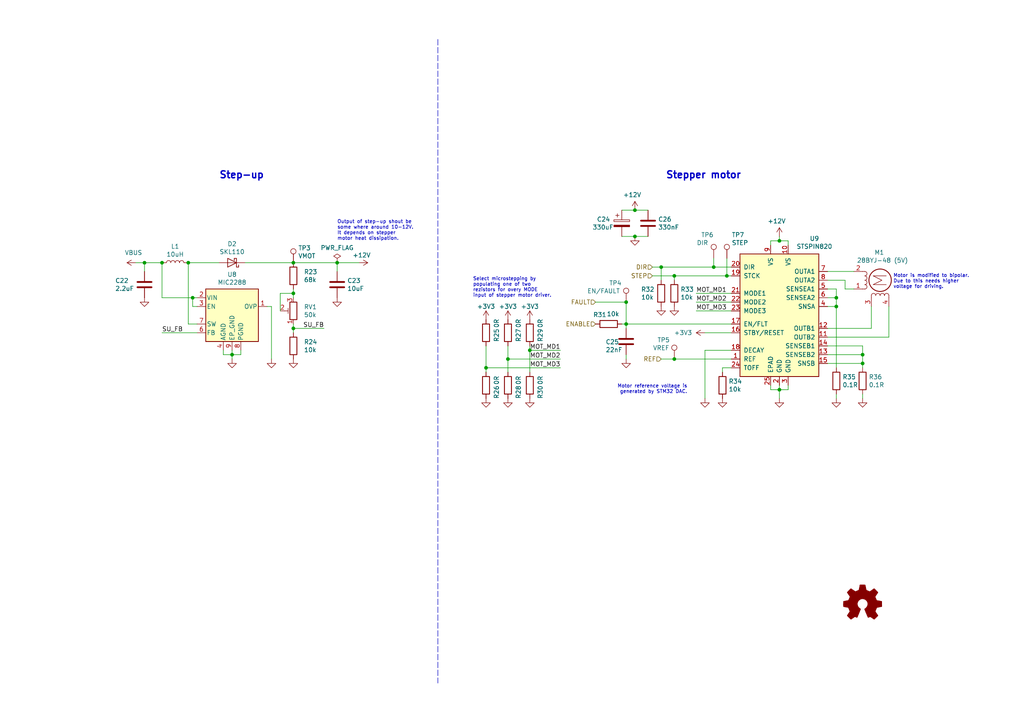
<source format=kicad_sch>
(kicad_sch (version 20201015) (generator eeschema)
  (paper "A4")
  (title_block (title "Hepheatus - Solder paste dispensor") (date "2021-01-29") (rev "v1.0") (company "Author: Petr Malaník"))
  (lib_symbols
    (symbol "Connector:TestPoint" (pin_numbers hide) (pin_names (offset 0.762) hide)
      (property "Reference" "TP" (at 0 6.858 0))
      (property "Value" "TestPoint" (at 0 5.08 0))
      (symbol "TestPoint_0_1"
        (circle (center 0 3.302) (radius 0.762))
      )
      (symbol "TestPoint_1_1"
        (pin passive line (at 0 0 90) (length 2.54) (name "1") (number "1"))
      )
    )
    (symbol "Device:C" (pin_numbers hide) (pin_names (offset 0.254))
      (property "Reference" "C" (at 0.635 2.54 0))
      (property "Value" "C" (at 0.635 -2.54 0))
      (symbol "C_0_1"
        (polyline (pts (xy -2.032 -0.762) (xy 2.032 -0.762)) (stroke (width 0.508)))
        (polyline (pts (xy -2.032 0.762) (xy 2.032 0.762)) (stroke (width 0.508)))
      )
      (symbol "C_1_1"
        (pin passive line (at 0 3.81 270) (length 2.794) (name "~") (number "1"))
        (pin passive line (at 0 -3.81 90) (length 2.794) (name "~") (number "2"))
      )
    )
    (symbol "Device:CP" (pin_numbers hide) (pin_names (offset 0.254))
      (property "Reference" "C" (at 0.635 2.54 0))
      (property "Value" "CP" (at 0.635 -2.54 0))
      (symbol "CP_0_1"
        (rectangle (start -2.286 0.508) (end 2.286 1.016))
        (rectangle (start 2.286 -0.508) (end -2.286 -1.016) (fill (type outline)))
        (polyline (pts (xy -1.778 2.286) (xy -0.762 2.286)))
        (polyline (pts (xy -1.27 2.794) (xy -1.27 1.778)))
      )
      (symbol "CP_1_1"
        (pin passive line (at 0 3.81 270) (length 2.794) (name "~") (number "1"))
        (pin passive line (at 0 -3.81 90) (length 2.794) (name "~") (number "2"))
      )
    )
    (symbol "Device:D_Schottky" (pin_numbers hide) (pin_names (offset 1.016) hide)
      (property "Reference" "D" (at 0 2.54 0))
      (property "Value" "D_Schottky" (at 0 -2.54 0))
      (symbol "D_Schottky_0_1"
        (polyline (pts (xy 1.27 0) (xy -1.27 0)))
        (polyline (pts (xy 1.27 1.27) (xy 1.27 -1.27) (xy -1.27 0) (xy 1.27 1.27)) (stroke (width 0.2032)))
        (polyline (pts (xy -1.905 0.635) (xy -1.905 1.27) (xy -1.27 1.27) (xy -1.27 -1.27) (xy -0.635 -1.27) (xy -0.635 -0.635)) (stroke (width 0.2032)))
      )
      (symbol "D_Schottky_1_1"
        (pin passive line (at -3.81 0 0) (length 2.54) (name "K") (number "1"))
        (pin passive line (at 3.81 0 180) (length 2.54) (name "A") (number "2"))
      )
    )
    (symbol "Device:L" (pin_numbers hide) (pin_names (offset 1.016) hide)
      (property "Reference" "L" (at -1.27 0 90))
      (property "Value" "L" (at 1.905 0 90))
      (symbol "L_0_1"
        (arc (start 0 -2.54) (end 0 -1.27) (radius (at 0 -1.905) (length 0.635) (angles -89.9 89.9)))
        (arc (start 0 -1.27) (end 0 0) (radius (at 0 -0.635) (length 0.635) (angles -89.9 89.9)))
        (arc (start 0 0) (end 0 1.27) (radius (at 0 0.635) (length 0.635) (angles -89.9 89.9)))
        (arc (start 0 1.27) (end 0 2.54) (radius (at 0 1.905) (length 0.635) (angles -89.9 89.9)))
      )
      (symbol "L_1_1"
        (pin passive line (at 0 3.81 270) (length 1.27) (name "1") (number "1"))
        (pin passive line (at 0 -3.81 90) (length 1.27) (name "2") (number "2"))
      )
    )
    (symbol "Device:R" (pin_numbers hide) (pin_names (offset 0))
      (property "Reference" "R" (at 2.032 0 90))
      (property "Value" "R" (at 0 0 90))
      (symbol "R_0_1"
        (rectangle (start -1.016 -2.54) (end 1.016 2.54) (stroke (width 0.254)))
      )
      (symbol "R_1_1"
        (pin passive line (at 0 3.81 270) (length 1.27) (name "~") (number "1"))
        (pin passive line (at 0 -3.81 90) (length 1.27) (name "~") (number "2"))
      )
    )
    (symbol "Device:R_POT_TRIM" (pin_names (offset 1.016) hide)
      (property "Reference" "RV" (at -4.445 0 90))
      (property "Value" "R_POT_TRIM" (at -2.54 0 90))
      (symbol "R_POT_TRIM_0_1"
        (rectangle (start 1.016 2.54) (end -1.016 -2.54) (stroke (width 0.254)))
        (polyline (pts (xy 1.524 0.762) (xy 1.524 -0.762)))
        (polyline (pts (xy 2.54 0) (xy 1.524 0)))
      )
      (symbol "R_POT_TRIM_1_1"
        (pin passive line (at 0 3.81 270) (length 1.27) (name "1") (number "1"))
        (pin passive line (at 3.81 0 180) (length 1.27) (name "2") (number "2"))
        (pin passive line (at 0 -3.81 90) (length 1.27) (name "3") (number "3"))
      )
    )
    (symbol "Graphic:Logo_Open_Hardware_Small" (pin_names (offset 1.016))
      (symbol "Logo_Open_Hardware_Small_0_1"
        (polyline (pts (xy 3.3528 -4.3434) (xy 3.302 -4.318) (xy 3.175 -4.2418) (xy 2.9972 -4.1148) (xy 2.7686 -3.9624) (xy 2.54 -3.81) (xy 2.3622 -3.7084) (xy 2.2352 -3.6068) (xy 2.1844 -3.5814) (xy 2.159 -3.6068) (xy 2.0574 -3.6576) (xy 1.905 -3.7338) (xy 1.8034 -3.7846) (xy 1.6764 -3.8354) (xy 1.6002 -3.8354) (xy 1.6002 -3.8354) (xy 1.5494 -3.7338) (xy 1.4732 -3.5306) (xy 1.3462 -3.302) (xy 1.2446 -3.0226) (xy 1.1176 -2.7178) (xy 0.9652 -2.413) (xy 0.8636 -2.1082) (xy 0.7366 -1.8288) (xy 0.6604 -1.6256) (xy 0.6096 -1.4732) (xy 0.5842 -1.397) (xy 0.5842 -1.397) (xy 0.6604 -1.3208) (xy 0.7874 -1.2446) (xy 1.0414 -1.016) (xy 1.2954 -0.6858) (xy 1.4478 -0.3302) (xy 1.524 0.0762) (xy 1.4732 0.4572) (xy 1.3208 0.8128) (xy 1.0668 1.143) (xy 0.762 1.3716) (xy 0.4064 1.524) (xy 0 1.5748) (xy -0.381 1.5494) (xy -0.7366 1.397) (xy -1.0668 1.143) (xy -1.2192 0.9906) (xy -1.397 0.6604) (xy -1.524 0.3048) (xy -1.524 0.2286) (xy -1.4986 -0.1778) (xy -1.397 -0.5334) (xy -1.1938 -0.8636) (xy -0.9144 -1.143) (xy -0.8636 -1.1684) (xy -0.7366 -1.27) (xy -0.635 -1.3462) (xy -0.5842 -1.397) (xy -1.0668 -2.5908) (xy -1.143 -2.794) (xy -1.2954 -3.1242) (xy -1.397 -3.4036) (xy -1.4986 -3.6322) (xy -1.5748 -3.7846) (xy -1.6002 -3.8354) (xy -1.6002 -3.8354) (xy -1.651 -3.8354) (xy -1.7272 -3.81) (xy -1.905 -3.7338) (xy -2.0066 -3.683) (xy -2.1336 -3.6068) (xy -2.2098 -3.5814) (xy -2.2606 -3.6068) (xy -2.3622 -3.683) (xy -2.54 -3.81) (xy -2.7686 -3.9624) (xy -2.9718 -4.0894) (xy -3.1496 -4.2164) (xy -3.302 -4.318) (xy -3.3528 -4.3434) (xy -3.3782 -4.3434) (xy -3.429 -4.318) (xy -3.5306 -4.2164) (xy -3.7084 -4.064) (xy -3.937 -3.8354) (xy -3.9624 -3.81) (xy -4.1656 -3.6068) (xy -4.318 -3.4544) (xy -4.4196 -3.3274) (xy -4.445 -3.2766) (xy -4.445 -3.2766) (xy -4.4196 -3.2258) (xy -4.318 -3.0734) (xy -4.2164 -2.8956) (xy -4.064 -2.667) (xy -3.6576 -2.0828) (xy -3.8862 -1.5494) (xy -3.937 -1.3716) (xy -4.0386 -1.1684) (xy -4.0894 -1.0414) (xy -4.1148 -0.9652) (xy -4.191 -0.9398) (xy -4.318 -0.9144) (xy -4.5466 -0.8636) (xy -4.8006 -0.8128) (xy -5.0546 -0.7874) (xy -5.2578 -0.7366) (xy -5.4356 -0.7112) (xy -5.5118 -0.6858) (xy -5.5118 -0.6858) (xy -5.5372 -0.635) (xy -5.5372 -0.5588) (xy -5.5372 -0.4318) (xy -5.5626 -0.2286) (xy -5.5626 0.0762) (xy -5.5626 0.127) (xy -5.5372 0.4064) (xy -5.5372 0.635) (xy -5.5372 0.762) (xy -5.5372 0.8382) (xy -5.5372 0.8382) (xy -5.461 0.8382) (xy -5.3086 0.889) (xy -5.08 0.9144) (xy -4.826 0.9652) (xy -4.8006 0.9906) (xy -4.5466 1.0414) (xy -4.318 1.0668) (xy -4.1656 1.1176) (xy -4.0894 1.143) (xy -4.0894 1.143) (xy -4.0386 1.2446) (xy -3.9624 1.4224) (xy -3.8608 1.6256) (xy -3.7846 1.8288) (xy -3.7084 2.0066) (xy -3.6576 2.159) (xy -3.6322 2.2098) (xy -3.6322 2.2098) (xy -3.683 2.286) (xy -3.7592 2.413) (xy -3.8862 2.5908) (xy -4.064 2.8194) (xy -4.064 2.8448) (xy -4.2164 3.0734) (xy -4.3434 3.2512) (xy -4.4196 3.3782) (xy -4.445 3.4544) (xy -4.445 3.4544) (xy -4.3942 3.5052) (xy -4.2926 3.6322) (xy -4.1148 3.81) (xy -3.937 4.0132) (xy -3.8608 4.064) (xy -3.6576 4.2926) (xy -3.5052 4.4196) (xy -3.4036 4.4958) (xy -3.3528 4.5212) (xy -3.3528 4.5212) (xy -3.302 4.4704) (xy -3.1496 4.3688) (xy -2.9718 4.2418) (xy -2.7432 4.0894) (xy -2.7178 4.0894) (xy -2.4892 3.937) (xy -2.3114 3.81) (xy -2.1844 3.7084) (xy -2.1336 3.683) (xy -2.1082 3.683) (xy -2.032 3.7084) (xy -1.8542 3.7592) (xy -1.6764 3.8354) (xy -1.4732 3.937) (xy -1.27 4.0132) (xy -1.143 4.064) (xy -1.0668 4.1148) (xy -1.0668 4.1148) (xy -1.0414 4.191) (xy -1.016 4.3434) (xy -0.9652 4.572) (xy -0.9144 4.8514) (xy -0.889 4.9022) (xy -0.8382 5.1562) (xy -0.8128 5.3848) (xy -0.7874 5.5372) (xy -0.762 5.588) (xy -0.7112 5.6134) (xy -0.5842 5.6134) (xy -0.4064 5.6134) (xy -0.1524 5.6134) (xy 0.0762 5.6134) (xy 0.3302 5.6134) (xy 0.5334 5.6134) (xy 0.6858 5.588) (xy 0.7366 5.588) (xy 0.7366 5.588) (xy 0.762 5.5118) (xy 0.8128 5.334) (xy 0.8382 5.1054) (xy 0.9144 4.826) (xy 0.9144 4.7752) (xy 0.9652 4.5212) (xy 1.016 4.2926) (xy 1.0414 4.1402) (xy 1.0668 4.0894) (xy 1.0668 4.0894) (xy 1.1938 4.0386) (xy 1.3716 3.9624) (xy 1.5748 3.8608) (xy 2.0828 3.6576) (xy 2.7178 4.0894) (xy 2.7686 4.1402) (xy 2.9972 4.2926) (xy 3.175 4.4196) (xy 3.302 4.4958) (xy 3.3782 4.5212) (xy 3.3782 4.5212) (xy 3.429 4.4704) (xy 3.556 4.3434) (xy 3.7338 4.191) (xy 3.9116 3.9878) (xy 4.064 3.8354) (xy 4.2418 3.6576) (xy 4.3434 3.556) (xy 4.4196 3.4798) (xy 4.4196 3.429) (xy 4.4196 3.4036) (xy 4.3942 3.3274) (xy 4.2926 3.2004) (xy 4.1656 2.9972) (xy 4.0132 2.794) (xy 3.8862 2.5908) (xy 3.7592 2.3876) (xy 3.6576 2.2352) (xy 3.6322 2.159) (xy 3.6322 2.1336) (xy 3.683 2.0066) (xy 3.7592 1.8288) (xy 3.8608 1.6002) (xy 4.064 1.1176) (xy 4.3942 1.0414) (xy 4.5974 1.016) (xy 4.8768 0.9652) (xy 5.1308 0.9144) (xy 5.5372 0.8382) (xy 5.5626 -0.6604) (xy 5.4864 -0.6858) (xy 5.4356 -0.6858) (xy 5.2832 -0.7366) (xy 5.0546 -0.762) (xy 4.8006 -0.8128) (xy 4.5974 -0.8636) (xy 4.3688 -0.9144) (xy 4.2164 -0.9398) (xy 4.1402 -0.9398) (xy 4.1148 -0.9652) (xy 4.064 -1.0668) (xy 3.9878 -1.2446) (xy 3.9116 -1.4478) (xy 3.81 -1.651) (xy 3.7338 -1.8542) (xy 3.683 -2.0066) (xy 3.6576 -2.0828) (xy 3.683 -2.1336) (xy 3.7846 -2.2606) (xy 3.8862 -2.4638) (xy 4.0386 -2.667) (xy 4.191 -2.8956) (xy 4.318 -3.0734) (xy 4.3942 -3.2004) (xy 4.445 -3.2766) (xy 4.4196 -3.3274) (xy 4.3434 -3.429) (xy 4.1656 -3.5814) (xy 3.937 -3.8354) (xy 3.8862 -3.8608) (xy 3.683 -4.064) (xy 3.5306 -4.2164) (xy 3.4036 -4.318) (xy 3.3528 -4.3434)) (fill (type outline)))
      )
    )
    (symbol "Motor:Stepper_Motor_bipolar" (pin_names (offset 0) hide)
      (property "Reference" "M" (at 3.81 2.54 0))
      (property "Value" "Stepper_Motor_bipolar" (at 3.81 1.27 0))
      (symbol "Stepper_Motor_bipolar_0_0"
        (polyline (pts (xy -1.27 -1.778) (xy -1.27 2.032) (xy 0 -0.508) (xy 1.27 2.032) (xy 1.27 -1.778)))
      )
      (symbol "Stepper_Motor_bipolar_0_1"
        (arc (start -4.445 -2.54) (end -4.445 -1.27) (radius (at -4.445 -1.905) (length 0.635) (angles -89.9 89.9)))
        (arc (start -4.445 -1.27) (end -4.445 0) (radius (at -4.445 -0.635) (length 0.635) (angles -89.9 89.9)))
        (arc (start -4.445 0) (end -4.445 1.27) (radius (at -4.445 0.635) (length 0.635) (angles -89.9 89.9)))
        (arc (start -4.445 1.27) (end -4.445 2.54) (radius (at -4.445 1.905) (length 0.635) (angles -89.9 89.9)))
        (arc (start -2.54 4.445) (end -1.27 4.445) (radius (at -1.905 4.445) (length 0.635) (angles -179.9 -0.1)))
        (arc (start -1.27 4.445) (end 0 4.445) (radius (at -0.635 4.445) (length 0.635) (angles -179.9 -0.1)))
        (arc (start 0 4.445) (end 1.27 4.445) (radius (at 0.635 4.445) (length 0.635) (angles -179.9 -0.1)))
        (arc (start 1.27 4.445) (end 2.54 4.445) (radius (at 1.905 4.445) (length 0.635) (angles -179.9 -0.1)))
        (circle (center 0 0) (radius 3.2512) (stroke (width 0.254)))
        (polyline (pts (xy -5.08 -2.54) (xy -4.445 -2.54)))
        (polyline (pts (xy -5.08 2.54) (xy -4.445 2.54)))
        (polyline (pts (xy -2.54 5.08) (xy -2.54 4.445)))
        (polyline (pts (xy 2.54 5.08) (xy 2.54 4.445)))
      )
      (symbol "Stepper_Motor_bipolar_1_1"
        (pin passive line (at -2.54 7.62 270) (length 2.54) (name "~") (number "1"))
        (pin passive line (at 2.54 7.62 270) (length 2.54) (name "-") (number "2"))
        (pin passive line (at -7.62 2.54 0) (length 2.54) (name "~") (number "3"))
        (pin passive line (at -7.62 -2.54 0) (length 2.54) (name "~") (number "4"))
      )
    )
    (symbol "TCY_stepper_motor_drivers:STSPIN820" (pin_names (offset 1.016))
      (property "Reference" "U" (at 7.62 21.59 0))
      (property "Value" "STSPIN820" (at 3.81 19.05 0))
      (symbol "STSPIN820_0_1"
        (rectangle (start -11.43 17.78) (end 11.43 -17.78) (stroke (width 0.254)) (fill (type background)))
      )
      (symbol "STSPIN820_1_1"
        (pin input line (at -13.97 13.97 0) (length 2.54) (name "DIR") (number "20"))
        (pin power_out line (at 13.97 -3.81 180) (length 2.54) (name "OUTB1") (number "12"))
        (pin input line (at -13.97 -12.7 0) (length 2.54) (name "REF") (number "1"))
        (pin input line (at -13.97 -15.24 0) (length 2.54) (name "TOFF") (number "24"))
        (pin bidirectional line (at -13.97 -2.54 0) (length 2.54) (name "EN/FLT") (number "17"))
        (pin input line (at -13.97 -5.08 0) (length 2.54) (name "STBY/RESET") (number "16"))
        (pin input line (at -13.97 3.81 0) (length 2.54) (name "MODE2") (number "22"))
        (pin input line (at -13.97 6.35 0) (length 2.54) (name "MODE1") (number "21"))
        (pin power_in line (at -2.54 -20.32 90) (length 2.54) (name "EPAD") (number "25"))
        (pin input line (at -13.97 11.43 0) (length 2.54) (name "STCK") (number "19"))
        (pin power_out line (at 13.97 12.7 180) (length 2.54) (name "OUTA1") (number "7"))
        (pin power_out line (at 13.97 7.62 180) (length 2.54) (name "SENSEA1") (number "5"))
        (pin power_out line (at 13.97 10.16 180) (length 2.54) (name "OUTA2") (number "8"))
        (pin power_in line (at -2.54 20.32 270) (length 2.54) (name "VS") (number "9"))
        (pin power_in line (at 0 -20.32 90) (length 2.54) (name "GND") (number "2"))
        (pin power_out line (at 13.97 -6.35 180) (length 2.54) (name "OUTB2") (number "11"))
        (pin power_out line (at 13.97 -11.43 180) (length 2.54) (name "SENSEB2") (number "13"))
        (pin power_in line (at 2.54 -20.32 90) (length 2.54) (name "GND") (number "3"))
        (pin input line (at 13.97 2.54 180) (length 2.54) (name "SNSA") (number "4"))
        (pin power_out line (at 13.97 5.08 180) (length 2.54) (name "SENSEA2") (number "6"))
        (pin power_in line (at 2.54 20.32 270) (length 2.54) (name "VS") (number "10"))
        (pin input line (at 13.97 -13.97 180) (length 2.54) (name "SNSB") (number "15"))
        (pin power_out line (at 13.97 -8.89 180) (length 2.54) (name "SENSEB1") (number "14"))
        (pin input line (at -13.97 -10.16 0) (length 2.54) (name "DECAY") (number "18"))
        (pin input line (at -13.97 1.27 0) (length 2.54) (name "MODE3") (number "23"))
      )
    )
    (symbol "TCY_voltage_regulators:MIC2288" (pin_names (offset 0.254))
      (property "Reference" "U" (at -7.62 8.89 0))
      (property "Value" "MIC2288" (at 0 8.89 0))
      (symbol "MIC2288_0_1"
        (rectangle (start -7.62 7.62) (end 7.62 -7.62) (stroke (width 0.254)) (fill (type background)))
      )
      (symbol "MIC2288_1_1"
        (pin power_out line (at 10.16 2.54 180) (length 2.54) (name "OVP") (number "1"))
        (pin power_in line (at -10.16 5.08 0) (length 2.54) (name "VIN") (number "2"))
        (pin input line (at -10.16 2.54 0) (length 2.54) (name "EN") (number "3"))
        (pin power_in line (at -2.54 -10.16 90) (length 2.54) (name "AGND") (number "4"))
        (pin unconnected line (at 5.08 5.08 180) (length 2.54) hide (name "NC") (number "5"))
        (pin input line (at -10.16 -5.08 0) (length 2.54) (name "FB") (number "6"))
        (pin input line (at -10.16 -2.54 0) (length 2.54) (name "SW") (number "7"))
        (pin power_in line (at 2.54 -10.16 90) (length 2.54) (name "PGND") (number "8"))
        (pin power_in line (at 0 -10.16 90) (length 2.54) (name "EP_GND") (number "9"))
      )
    )
    (symbol "power:+12V" (power) (pin_names (offset 0))
      (property "Value" "+12V" (at 0 3.556 0))
      (symbol "+12V_0_1"
        (polyline (pts (xy -0.762 1.27) (xy 0 2.54)))
        (polyline (pts (xy 0 0) (xy 0 2.54)))
        (polyline (pts (xy 0 2.54) (xy 0.762 1.27)))
      )
      (symbol "+12V_1_1"
        (pin power_in line (at 0 0 90) (length 0) hide (name "+12V") (number "1"))
      )
    )
    (symbol "power:+3.3V" (power) (pin_names (offset 0))
      (property "Value" "+3.3V" (at 0 3.556 0))
      (symbol "+3.3V_0_1"
        (polyline (pts (xy -0.762 1.27) (xy 0 2.54)))
        (polyline (pts (xy 0 0) (xy 0 2.54)))
        (polyline (pts (xy 0 2.54) (xy 0.762 1.27)))
      )
      (symbol "+3.3V_1_1"
        (pin power_in line (at 0 0 90) (length 0) hide (name "+3V3") (number "1"))
      )
    )
    (symbol "power:GND" (power) (pin_names (offset 0))
      (property "Value" "GND" (at 0 -3.81 0))
      (symbol "GND_0_1"
        (polyline (pts (xy 0 0) (xy 0 -1.27) (xy 1.27 -1.27) (xy 0 -2.54) (xy -1.27 -1.27) (xy 0 -1.27)))
      )
      (symbol "GND_1_1"
        (pin power_in line (at 0 0 270) (length 0) hide (name "GND") (number "1"))
      )
    )
    (symbol "power:PWR_FLAG" (power) (pin_numbers hide) (pin_names (offset 0) hide)
      (property "Value" "PWR_FLAG" (at 0 3.81 0))
      (symbol "PWR_FLAG_0_0"
        (pin power_out line (at 0 0 90) (length 0) (name "pwr") (number "1"))
      )
      (symbol "PWR_FLAG_0_1"
        (polyline (pts (xy 0 0) (xy 0 1.27) (xy -1.016 1.905) (xy 0 2.54) (xy 1.016 1.905) (xy 0 1.27)))
      )
    )
    (symbol "power:VBUS" (power) (pin_names (offset 0))
      (property "Value" "VBUS" (at 0 3.81 0))
      (symbol "VBUS_0_1"
        (polyline (pts (xy -0.762 1.27) (xy 0 2.54)))
        (polyline (pts (xy 0 0) (xy 0 2.54)))
        (polyline (pts (xy 0 2.54) (xy 0.762 1.27)))
      )
      (symbol "VBUS_1_1"
        (pin power_in line (at 0 0 90) (length 0) hide (name "VBUS") (number "1"))
      )
    )
  )
  (junction (at 41.91 76.2) (diameter 0.9144))
  (junction (at 46.99 76.2) (diameter 0.9144))
  (junction (at 54.61 76.2) (diameter 0.9144))
  (junction (at 55.88 86.36) (diameter 0.9144))
  (junction (at 67.31 102.87) (diameter 0.9144))
  (junction (at 85.09 76.2) (diameter 0.9144))
  (junction (at 85.09 85.09) (diameter 0.9144))
  (junction (at 85.09 95.25) (diameter 0.9144))
  (junction (at 97.79 76.2) (diameter 0.9144))
  (junction (at 140.97 106.68) (diameter 0.9144))
  (junction (at 147.32 104.14) (diameter 0.9144))
  (junction (at 153.67 101.6) (diameter 0.9144))
  (junction (at 181.61 87.63) (diameter 0.9144))
  (junction (at 181.61 93.98) (diameter 0.9144))
  (junction (at 184.15 60.96) (diameter 0.9144))
  (junction (at 184.15 68.58) (diameter 0.9144))
  (junction (at 191.77 77.47) (diameter 0.9144))
  (junction (at 195.58 80.01) (diameter 0.9144))
  (junction (at 195.58 104.14) (diameter 0.9144))
  (junction (at 207.01 77.47) (diameter 0.9144))
  (junction (at 210.82 80.01) (diameter 0.9144))
  (junction (at 226.06 69.85) (diameter 0.9144))
  (junction (at 226.06 113.03) (diameter 0.9144))
  (junction (at 242.57 86.36) (diameter 0.9144))
  (junction (at 242.57 88.9) (diameter 0.9144))
  (junction (at 250.19 102.87) (diameter 0.9144))
  (junction (at 250.19 105.41) (diameter 0.9144))
  (wire (pts (xy 39.37 76.2) (xy 41.91 76.2)))
  (wire (pts (xy 41.91 76.2) (xy 41.91 78.74)))
  (wire (pts (xy 41.91 76.2) (xy 46.99 76.2)))
  (wire (pts (xy 46.99 86.36) (xy 46.99 76.2)))
  (wire (pts (xy 46.99 96.52) (xy 57.15 96.52)))
  (wire (pts (xy 54.61 76.2) (xy 63.5 76.2)))
  (wire (pts (xy 54.61 93.98) (xy 54.61 76.2)))
  (wire (pts (xy 55.88 86.36) (xy 46.99 86.36)))
  (wire (pts (xy 55.88 86.36) (xy 55.88 88.9)))
  (wire (pts (xy 57.15 86.36) (xy 55.88 86.36)))
  (wire (pts (xy 57.15 88.9) (xy 55.88 88.9)))
  (wire (pts (xy 57.15 93.98) (xy 54.61 93.98)))
  (wire (pts (xy 64.77 101.6) (xy 64.77 102.87)))
  (wire (pts (xy 64.77 102.87) (xy 67.31 102.87)))
  (wire (pts (xy 67.31 101.6) (xy 67.31 102.87)))
  (wire (pts (xy 67.31 102.87) (xy 67.31 104.14)))
  (wire (pts (xy 67.31 102.87) (xy 69.85 102.87)))
  (wire (pts (xy 69.85 102.87) (xy 69.85 101.6)))
  (wire (pts (xy 71.12 76.2) (xy 85.09 76.2)))
  (wire (pts (xy 77.47 88.9) (xy 78.74 88.9)))
  (wire (pts (xy 78.74 88.9) (xy 78.74 104.14)))
  (wire (pts (xy 81.28 85.09) (xy 85.09 85.09)))
  (wire (pts (xy 81.28 90.17) (xy 81.28 85.09)))
  (wire (pts (xy 85.09 76.2) (xy 97.79 76.2)))
  (wire (pts (xy 85.09 83.82) (xy 85.09 85.09)))
  (wire (pts (xy 85.09 85.09) (xy 85.09 86.36)))
  (wire (pts (xy 85.09 93.98) (xy 85.09 95.25)))
  (wire (pts (xy 85.09 95.25) (xy 85.09 96.52)))
  (wire (pts (xy 85.09 95.25) (xy 93.98 95.25)))
  (wire (pts (xy 97.79 76.2) (xy 97.79 78.74)))
  (wire (pts (xy 97.79 76.2) (xy 104.14 76.2)))
  (wire (pts (xy 140.97 100.33) (xy 140.97 106.68)))
  (wire (pts (xy 140.97 106.68) (xy 140.97 107.95)))
  (wire (pts (xy 140.97 106.68) (xy 162.56 106.68)))
  (wire (pts (xy 147.32 100.33) (xy 147.32 104.14)))
  (wire (pts (xy 147.32 104.14) (xy 147.32 107.95)))
  (wire (pts (xy 147.32 104.14) (xy 162.56 104.14)))
  (wire (pts (xy 153.67 100.33) (xy 153.67 101.6)))
  (wire (pts (xy 153.67 101.6) (xy 153.67 107.95)))
  (wire (pts (xy 153.67 101.6) (xy 162.56 101.6)))
  (wire (pts (xy 172.72 87.63) (xy 181.61 87.63)))
  (wire (pts (xy 180.34 60.96) (xy 184.15 60.96)))
  (wire (pts (xy 180.34 68.58) (xy 184.15 68.58)))
  (wire (pts (xy 180.34 93.98) (xy 181.61 93.98)))
  (wire (pts (xy 181.61 87.63) (xy 181.61 93.98)))
  (wire (pts (xy 181.61 93.98) (xy 181.61 95.25)))
  (wire (pts (xy 181.61 93.98) (xy 212.09 93.98)))
  (wire (pts (xy 181.61 102.87) (xy 181.61 104.14)))
  (wire (pts (xy 184.15 60.96) (xy 187.96 60.96)))
  (wire (pts (xy 184.15 68.58) (xy 187.96 68.58)))
  (wire (pts (xy 189.23 77.47) (xy 191.77 77.47)))
  (wire (pts (xy 189.23 80.01) (xy 195.58 80.01)))
  (wire (pts (xy 191.77 77.47) (xy 191.77 81.28)))
  (wire (pts (xy 191.77 77.47) (xy 207.01 77.47)))
  (wire (pts (xy 191.77 104.14) (xy 195.58 104.14)))
  (wire (pts (xy 195.58 80.01) (xy 195.58 81.28)))
  (wire (pts (xy 195.58 80.01) (xy 210.82 80.01)))
  (wire (pts (xy 195.58 104.14) (xy 212.09 104.14)))
  (wire (pts (xy 201.93 85.09) (xy 212.09 85.09)))
  (wire (pts (xy 201.93 87.63) (xy 212.09 87.63)))
  (wire (pts (xy 201.93 90.17) (xy 212.09 90.17)))
  (wire (pts (xy 204.47 96.52) (xy 212.09 96.52)))
  (wire (pts (xy 204.47 101.6) (xy 204.47 115.57)))
  (wire (pts (xy 204.47 101.6) (xy 212.09 101.6)))
  (wire (pts (xy 207.01 74.93) (xy 207.01 77.47)))
  (wire (pts (xy 207.01 77.47) (xy 212.09 77.47)))
  (wire (pts (xy 209.55 106.68) (xy 209.55 107.95)))
  (wire (pts (xy 210.82 74.93) (xy 210.82 80.01)))
  (wire (pts (xy 210.82 80.01) (xy 212.09 80.01)))
  (wire (pts (xy 212.09 106.68) (xy 209.55 106.68)))
  (wire (pts (xy 223.52 69.85) (xy 226.06 69.85)))
  (wire (pts (xy 223.52 71.12) (xy 223.52 69.85)))
  (wire (pts (xy 223.52 111.76) (xy 223.52 113.03)))
  (wire (pts (xy 223.52 113.03) (xy 226.06 113.03)))
  (wire (pts (xy 226.06 68.58) (xy 226.06 69.85)))
  (wire (pts (xy 226.06 69.85) (xy 228.6 69.85)))
  (wire (pts (xy 226.06 113.03) (xy 226.06 111.76)))
  (wire (pts (xy 226.06 113.03) (xy 226.06 115.57)))
  (wire (pts (xy 228.6 69.85) (xy 228.6 71.12)))
  (wire (pts (xy 228.6 111.76) (xy 228.6 113.03)))
  (wire (pts (xy 228.6 113.03) (xy 226.06 113.03)))
  (wire (pts (xy 240.03 78.74) (xy 247.65 78.74)))
  (wire (pts (xy 240.03 81.28) (xy 245.11 81.28)))
  (wire (pts (xy 240.03 83.82) (xy 242.57 83.82)))
  (wire (pts (xy 240.03 86.36) (xy 242.57 86.36)))
  (wire (pts (xy 240.03 88.9) (xy 242.57 88.9)))
  (wire (pts (xy 240.03 95.25) (xy 252.73 95.25)))
  (wire (pts (xy 240.03 97.79) (xy 257.81 97.79)))
  (wire (pts (xy 240.03 102.87) (xy 250.19 102.87)))
  (wire (pts (xy 240.03 105.41) (xy 250.19 105.41)))
  (wire (pts (xy 242.57 83.82) (xy 242.57 86.36)))
  (wire (pts (xy 242.57 86.36) (xy 242.57 88.9)))
  (wire (pts (xy 242.57 88.9) (xy 242.57 106.68)))
  (wire (pts (xy 242.57 114.3) (xy 242.57 115.57)))
  (wire (pts (xy 245.11 81.28) (xy 245.11 83.82)))
  (wire (pts (xy 245.11 83.82) (xy 247.65 83.82)))
  (wire (pts (xy 250.19 100.33) (xy 240.03 100.33)))
  (wire (pts (xy 250.19 102.87) (xy 250.19 100.33)))
  (wire (pts (xy 250.19 105.41) (xy 250.19 102.87)))
  (wire (pts (xy 250.19 105.41) (xy 250.19 106.68)))
  (wire (pts (xy 250.19 114.3) (xy 250.19 115.57)))
  (wire (pts (xy 252.73 88.9) (xy 252.73 95.25)))
  (wire (pts (xy 257.81 88.9) (xy 257.81 97.79)))
  (polyline (pts (xy 127 11.43) (xy 127 198.12)) (stroke (width 0) (type dash)))
  (text "Step-up\n" (at 63.5 52.07 0) (effects (font (size 2 2) (thickness 0.4) bold) (justify left bottom)))
  (text "Output of step-up shout be\nsome where around 10-12V.\nIt depends on stepper\nmotor heat dissipation." (at 97.79 69.85 0) (effects (font (size 1 1)) (justify left bottom)))
  (text "Select microstepping by\npopulating one of two\nrezistors for overy MODE\ninput of stepper motor driver." (at 137.16 86.36 0) (effects (font (size 0.9906 0.9906)) (justify left bottom)))
  (text "Stepper motor" (at 193.04 52.07 0) (effects (font (size 2 2) (thickness 0.4) bold) (justify left bottom)))
  (text "Motor reference voltage is\ngenerated by STM32 DAC." (at 199.39 114.3 0) (effects (font (size 1 1)) (justify right bottom)))
  (text "Motor is modified to bipolar.\nDue to this needs higher \nvoltage for driving." (at 259.08 83.82 0) (effects (font (size 0.9906 0.9906)) (justify left bottom)))
  (label "SU_FB" (at 46.99 96.52 0))
  (label "SU_FB" (at 93.98 95.25 180))
  (label "MOT_MD1" (at 162.56 101.6 180))
  (label "MOT_MD2" (at 162.56 104.14 180))
  (label "MOT_MD3" (at 162.56 106.68 180))
  (label "MOT_MD1" (at 201.93 85.09 0))
  (label "MOT_MD2" (at 201.93 87.63 0))
  (label "MOT_MD3" (at 201.93 90.17 0))
  (hierarchical_label "FAULT" (shape input) (at 172.72 87.63 180))
  (hierarchical_label "ENABLE" (shape input) (at 172.72 93.98 180))
  (hierarchical_label "DIR" (shape input) (at 189.23 77.47 180))
  (hierarchical_label "STEP" (shape input) (at 189.23 80.01 180))
  (hierarchical_label "REF" (shape input) (at 191.77 104.14 180))
  (symbol (lib_id "power:PWR_FLAG") (at 97.79 76.2 0) (unit 1)
    (property "Reference" "#FLG0103" (effects hide))
    (property "Value" "PWR_FLAG" (at 97.79 71.8756 0))
  )
  (symbol (lib_id "Connector:TestPoint") (at 85.09 76.2 0) (unit 1)
    (property "Reference" "TP3" (at 86.4871 71.9391 0) (effects (justify left)))
    (property "Value" "VMOT" (at 86.487 74.238 0) (effects (justify left)))
    (property "Footprint" "TCY_connectors:TestPoint_Pad_D0.5mm" (effects hide))
  )
  (symbol (lib_id "Connector:TestPoint") (at 181.61 87.63 0) (unit 1)
    (property "Reference" "TP4" (at 176.6571 82.0991 0) (effects (justify left)))
    (property "Value" "EN/FAULT" (at 170.307 84.398 0) (effects (justify left)))
    (property "Footprint" "TCY_connectors:TestPoint_Pad_D0.5mm" (effects hide))
  )
  (symbol (lib_id "Connector:TestPoint") (at 195.58 104.14 0) (unit 1)
    (property "Reference" "TP5" (at 190.6271 98.6091 0) (effects (justify left)))
    (property "Value" "VREF" (at 189.357 100.9142 0) (effects (justify left)))
    (property "Footprint" "TCY_connectors:TestPoint_Pad_D0.5mm" (effects hide))
  )
  (symbol (lib_id "Connector:TestPoint") (at 207.01 74.93 0) (unit 1)
    (property "Reference" "TP6" (at 203.3271 68.1291 0) (effects (justify left)))
    (property "Value" "DIR" (at 202.057 70.428 0) (effects (justify left)))
    (property "Footprint" "TCY_connectors:TestPoint_Pad_D0.5mm" (effects hide))
  )
  (symbol (lib_id "Connector:TestPoint") (at 210.82 74.93 0) (unit 1)
    (property "Reference" "TP7" (at 212.2171 68.1291 0) (effects (justify left)))
    (property "Value" "STEP" (at 212.217 70.428 0) (effects (justify left)))
    (property "Footprint" "TCY_connectors:TestPoint_Pad_D0.5mm" (effects hide))
  )
  (symbol (lib_id "power:VBUS") (at 39.37 76.2 90) (unit 1)
    (property "Reference" "#PWR0188" (effects hide))
    (property "Value" "VBUS" (at 41.2749 73.2917 90) (effects (justify left)))
  )
  (symbol (lib_id "power:+12V") (at 104.14 76.2 270) (unit 1)
    (property "Reference" "#PWR0189" (effects hide))
    (property "Value" "+12V" (at 102.2351 74.0283 90) (effects (justify left)))
  )
  (symbol (lib_id "power:+3.3V") (at 140.97 92.71 0) (unit 1)
    (property "Reference" "#PWR0173" (effects hide))
    (property "Value" "+3.3V" (at 140.97 88.9 0))
  )
  (symbol (lib_id "power:+3.3V") (at 147.32 92.71 0) (unit 1)
    (property "Reference" "#PWR0172" (effects hide))
    (property "Value" "+3.3V" (at 147.32 88.9 0))
  )
  (symbol (lib_id "power:+3.3V") (at 153.67 92.71 0) (unit 1)
    (property "Reference" "#PWR0174" (effects hide))
    (property "Value" "+3.3V" (at 153.67 88.9 0))
  )
  (symbol (lib_id "power:+12V") (at 184.15 60.96 0) (unit 1)
    (property "Reference" "#PWR0121" (effects hide))
    (property "Value" "+12V" (at 180.7083 56.5149 0) (effects (justify left)))
  )
  (symbol (lib_id "power:+3.3V") (at 204.47 96.52 90) (unit 1)
    (property "Reference" "#PWR0186" (effects hide))
    (property "Value" "+3.3V" (at 198.12 96.52 90))
  )
  (symbol (lib_id "power:+12V") (at 226.06 68.58 0) (unit 1)
    (property "Reference" "#PWR0182" (effects hide))
    (property "Value" "+12V" (at 222.6183 64.1349 0) (effects (justify left)))
  )
  (symbol (lib_id "Device:L") (at 50.8 76.2 90) (unit 1)
    (property "Reference" "L1" (at 50.8 71.4818 90))
    (property "Value" "10uH" (at 50.8 73.781 90))
    (property "Footprint" "TCY_passives:Laird_2520" (effects hide))
  )
  (symbol (lib_id "power:GND") (at 41.91 86.36 0) (unit 1)
    (property "Reference" "#PWR0177" (effects hide))
    (property "Value" "GND" (effects hide))
  )
  (symbol (lib_id "power:GND") (at 67.31 104.14 0) (unit 1)
    (property "Reference" "#PWR0179" (effects hide))
    (property "Value" "GND" (effects hide))
  )
  (symbol (lib_id "power:GND") (at 78.74 104.14 0) (unit 1)
    (property "Reference" "#PWR0178" (effects hide))
    (property "Value" "GND" (effects hide))
  )
  (symbol (lib_id "power:GND") (at 85.09 104.14 0) (unit 1)
    (property "Reference" "#PWR0175" (effects hide))
    (property "Value" "GND" (effects hide))
  )
  (symbol (lib_id "power:GND") (at 97.79 86.36 0) (unit 1)
    (property "Reference" "#PWR0176" (effects hide))
    (property "Value" "GND" (effects hide))
  )
  (symbol (lib_id "power:GND") (at 140.97 115.57 0) (unit 1)
    (property "Reference" "#PWR0169" (effects hide))
    (property "Value" "GND" (effects hide))
  )
  (symbol (lib_id "power:GND") (at 147.32 115.57 0) (unit 1)
    (property "Reference" "#PWR0170" (effects hide))
    (property "Value" "GND" (effects hide))
  )
  (symbol (lib_id "power:GND") (at 153.67 115.57 0) (unit 1)
    (property "Reference" "#PWR0171" (effects hide))
    (property "Value" "GND" (effects hide))
  )
  (symbol (lib_id "power:GND") (at 181.61 104.14 0) (unit 1)
    (property "Reference" "#PWR0187" (effects hide))
    (property "Value" "GND" (effects hide))
  )
  (symbol (lib_id "power:GND") (at 184.15 68.58 0) (unit 1)
    (property "Reference" "#PWR0191" (effects hide))
    (property "Value" "GND" (effects hide))
  )
  (symbol (lib_id "power:GND") (at 191.77 88.9 0) (unit 1)
    (property "Reference" "#PWR0193" (effects hide))
    (property "Value" "GND" (effects hide))
  )
  (symbol (lib_id "power:GND") (at 195.58 88.9 0) (unit 1)
    (property "Reference" "#PWR0192" (effects hide))
    (property "Value" "GND" (effects hide))
  )
  (symbol (lib_id "power:GND") (at 204.47 115.57 0) (unit 1)
    (property "Reference" "#PWR0180" (effects hide))
    (property "Value" "GND" (effects hide))
  )
  (symbol (lib_id "power:GND") (at 209.55 115.57 0) (unit 1)
    (property "Reference" "#PWR0183" (effects hide))
    (property "Value" "GND" (effects hide))
  )
  (symbol (lib_id "power:GND") (at 226.06 115.57 0) (unit 1)
    (property "Reference" "#PWR0181" (effects hide))
    (property "Value" "GND" (effects hide))
  )
  (symbol (lib_id "power:GND") (at 242.57 115.57 0) (unit 1)
    (property "Reference" "#PWR0184" (effects hide))
    (property "Value" "GND" (effects hide))
  )
  (symbol (lib_id "power:GND") (at 250.19 115.57 0) (unit 1)
    (property "Reference" "#PWR0185" (effects hide))
    (property "Value" "GND" (effects hide))
  )
  (symbol (lib_id "Device:R") (at 85.09 80.01 0) (unit 1)
    (property "Reference" "R23" (at 88.1381 78.8606 0) (effects (justify left)))
    (property "Value" "68k" (at 88.138 81.159 0) (effects (justify left)))
    (property "Footprint" "Resistor_SMD:R_0603_1608Metric" (effects hide))
  )
  (symbol (lib_id "Device:R") (at 85.09 100.33 0) (unit 1)
    (property "Reference" "R24" (at 88.1381 99.1806 0) (effects (justify left)))
    (property "Value" "10k" (at 88.138 101.479 0) (effects (justify left)))
    (property "Footprint" "Resistor_SMD:R_0603_1608Metric" (effects hide))
  )
  (symbol (lib_id "Device:R") (at 140.97 96.52 0) (unit 1)
    (property "Reference" "R25" (at 144.0181 99.1806 90) (effects (justify left)))
    (property "Value" "0R" (at 144.018 95.129 90) (effects (justify left)))
    (property "Footprint" "Resistor_SMD:R_0603_1608Metric" (effects hide))
  )
  (symbol (lib_id "Device:R") (at 140.97 111.76 0) (unit 1)
    (property "Reference" "R26" (at 144.0181 115.6906 90) (effects (justify left)))
    (property "Value" "0R" (at 144.018 111.639 90) (effects (justify left)))
    (property "Footprint" "Resistor_SMD:R_0603_1608Metric" (effects hide))
  )
  (symbol (lib_id "Device:R") (at 147.32 96.52 0) (unit 1)
    (property "Reference" "R27" (at 150.3681 99.1806 90) (effects (justify left)))
    (property "Value" "0R" (at 150.368 95.129 90) (effects (justify left)))
    (property "Footprint" "Resistor_SMD:R_0603_1608Metric" (effects hide))
  )
  (symbol (lib_id "Device:R") (at 147.32 111.76 0) (unit 1)
    (property "Reference" "R28" (at 150.3681 115.6906 90) (effects (justify left)))
    (property "Value" "0R" (at 150.368 111.639 90) (effects (justify left)))
    (property "Footprint" "Resistor_SMD:R_0603_1608Metric" (effects hide))
  )
  (symbol (lib_id "Device:R") (at 153.67 96.52 0) (unit 1)
    (property "Reference" "R29" (at 156.7181 99.1806 90) (effects (justify left)))
    (property "Value" "0R" (at 156.718 95.129 90) (effects (justify left)))
    (property "Footprint" "Resistor_SMD:R_0603_1608Metric" (effects hide))
  )
  (symbol (lib_id "Device:R") (at 153.67 111.76 0) (unit 1)
    (property "Reference" "R30" (at 156.7181 115.6906 90) (effects (justify left)))
    (property "Value" "0R" (at 156.718 111.639 90) (effects (justify left)))
    (property "Footprint" "Resistor_SMD:R_0603_1608Metric" (effects hide))
  )
  (symbol (lib_id "Device:R") (at 176.53 93.98 90) (unit 1)
    (property "Reference" "R31" (at 173.99 91.2938 90))
    (property "Value" "10k" (at 177.8 91.053 90))
    (property "Footprint" "Resistor_SMD:R_0603_1608Metric" (effects hide))
  )
  (symbol (lib_id "Device:R") (at 191.77 85.09 0) (unit 1)
    (property "Reference" "R32" (at 185.9281 83.9406 0) (effects (justify left)))
    (property "Value" "10k" (at 185.928 86.233 0) (effects (justify left)))
    (property "Footprint" "Resistor_SMD:R_0603_1608Metric" (effects hide))
  )
  (symbol (lib_id "Device:R") (at 195.58 85.09 0) (unit 1)
    (property "Reference" "R33" (at 197.3581 83.9406 0) (effects (justify left)))
    (property "Value" "10k" (at 197.358 86.233 0) (effects (justify left)))
    (property "Footprint" "Resistor_SMD:R_0603_1608Metric" (effects hide))
  )
  (symbol (lib_id "Device:R") (at 209.55 111.76 0) (unit 1)
    (property "Reference" "R34" (at 211.3281 110.6106 0) (effects (justify left)))
    (property "Value" "10k" (at 211.328 112.909 0) (effects (justify left)))
    (property "Footprint" "Resistor_SMD:R_0603_1608Metric" (effects hide))
  )
  (symbol (lib_id "Device:R") (at 242.57 110.49 0) (unit 1)
    (property "Reference" "R35" (at 244.3481 109.3406 0) (effects (justify left)))
    (property "Value" "0.1R" (at 244.348 111.639 0) (effects (justify left)))
    (property "Footprint" "Resistor_SMD:R_1206_3216Metric" (effects hide))
  )
  (symbol (lib_id "Device:R") (at 250.19 110.49 0) (unit 1)
    (property "Reference" "R36" (at 251.9681 109.3406 0) (effects (justify left)))
    (property "Value" "0.1R" (at 251.968 111.639 0) (effects (justify left)))
    (property "Footprint" "Resistor_SMD:R_1206_3216Metric" (effects hide))
  )
  (symbol (lib_id "Device:D_Schottky") (at 67.31 76.2 180) (unit 1)
    (property "Reference" "D2" (at 67.31 70.7452 0))
    (property "Value" "SKL110" (at 67.31 73.044 0))
    (property "Footprint" "Diode_SMD:D_SOD-123F" (effects hide))
  )
  (symbol (lib_id "Device:C") (at 41.91 82.55 0) (unit 1)
    (property "Reference" "C22" (at 33.4011 81.4006 0) (effects (justify left)))
    (property "Value" "2.2uF" (at 33.401 83.699 0) (effects (justify left)))
    (property "Footprint" "Capacitor_SMD:C_0603_1608Metric" (effects hide))
  )
  (symbol (lib_id "Device:C") (at 97.79 82.55 0) (unit 1)
    (property "Reference" "C23" (at 100.7111 81.4006 0) (effects (justify left)))
    (property "Value" "10uF" (at 100.711 83.699 0) (effects (justify left)))
    (property "Footprint" "Capacitor_SMD:C_0805_2012Metric" (effects hide))
  )
  (symbol (lib_id "Device:CP") (at 180.34 64.77 0) (unit 1)
    (property "Reference" "C24" (at 173.1011 63.6206 0) (effects (justify left)))
    (property "Value" "330uF" (at 171.831 65.919 0) (effects (justify left)))
    (property "Footprint" "Capacitor_SMD:CP_Elec_8x10" (effects hide))
  )
  (symbol (lib_id "Device:C") (at 181.61 99.06 0) (unit 1)
    (property "Reference" "C25" (at 175.6411 99.1806 0) (effects (justify left)))
    (property "Value" "22nF" (at 175.641 101.479 0) (effects (justify left)))
    (property "Footprint" "Capacitor_SMD:C_0603_1608Metric" (effects hide))
  )
  (symbol (lib_id "Device:C") (at 187.96 64.77 0) (unit 1)
    (property "Reference" "C26" (at 190.8811 63.6206 0) (effects (justify left)))
    (property "Value" "330nF" (at 190.881 65.919 0) (effects (justify left)))
    (property "Footprint" "Capacitor_SMD:C_0603_1608Metric" (effects hide))
  )
  (symbol (lib_id "Device:R_POT_TRIM") (at 85.09 90.17 180) (unit 1)
    (property "Reference" "RV1" (at 88.1381 89.0206 0) (effects (justify right)))
    (property "Value" "50k" (at 88.138 91.319 0) (effects (justify right)))
    (property "Footprint" "Potentiometer_SMD:Potentiometer_Bourns_3214J_Horizontal" (effects hide))
  )
  (symbol (lib_id "Graphic:Logo_Open_Hardware_Small") (at 250.19 175.26 0) (unit 1)
    (property "Reference" "#LOGO?" (effects hide))
    (property "Value" "Logo_Open_Hardware_Small" (effects hide))
  )
  (symbol (lib_id "Motor:Stepper_Motor_bipolar") (at 255.27 81.28 90) (unit 1)
    (property "Reference" "M1" (at 253.5937 73.2218 90) (effects (justify right)))
    (property "Value" "28BYJ-48 (5V)" (at 248.514 75.52 90) (effects (justify right)))
    (property "Footprint" "Connector_JST:JST_PH_S4B-PH-K_1x04_P2.00mm_Horizontal" (effects hide))
    (property "Datasheet" "http://www.infineon.com/dgdl/Application-Note-TLE8110EE_driving_UniPolarStepperMotor_V1.1.pdf?fileId=db3a30431be39b97011be5d0aa0a00b0" (effects hide))
  )
  (symbol (lib_id "TCY_voltage_regulators:MIC2288") (at 67.31 91.44 0) (unit 1)
    (property "Reference" "U8" (at 67.31 79.6098 0))
    (property "Value" "MIC2288" (at 67.31 81.9085 0))
    (property "Footprint" "Package_DFN_QFN:Micrel_MLF-8-1EP_2x2mm_P0.5mm_EP0.8x1.3mm_ThermalVias" (effects hide))
    (property "Datasheet" "https://ww1.microchip.com/downloads/en/DeviceDoc/MIC2288-Data-Sheet-DS20006034C.pdf" (effects hide))
  )
  (symbol (lib_id "TCY_stepper_motor_drivers:STSPIN820") (at 226.06 91.44 0) (unit 1)
    (property "Reference" "U9" (at 236.22 69.1958 0))
    (property "Value" "STSPIN820" (at 236.22 71.4945 0))
    (property "Footprint" "Package_DFN_QFN:QFN-24-1EP_4x4mm_P0.5mm_EP2.65x2.65mm_ThermalVias" (effects hide))
    (property "Datasheet" "https://www.st.com/resource/en/datasheet/stspin820.pdf" (effects hide))
  )
)
</source>
